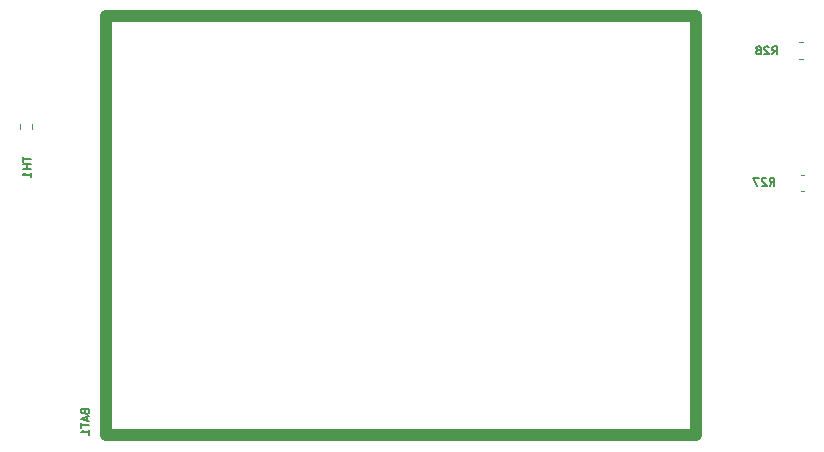
<source format=gbr>
%TF.GenerationSoftware,KiCad,Pcbnew,(5.1.2)-1*%
%TF.CreationDate,2019-05-30T14:12:01+02:00*%
%TF.ProjectId,LEOLED_rev1,4c454f4c-4544-45f7-9265-76312e6b6963,1*%
%TF.SameCoordinates,Original*%
%TF.FileFunction,Legend,Bot*%
%TF.FilePolarity,Positive*%
%FSLAX46Y46*%
G04 Gerber Fmt 4.6, Leading zero omitted, Abs format (unit mm)*
G04 Created by KiCad (PCBNEW (5.1.2)-1) date 2019-05-30 14:12:01*
%MOMM*%
%LPD*%
G04 APERTURE LIST*
%ADD10C,1.000000*%
%ADD11C,0.120000*%
%ADD12C,0.150000*%
%ADD13C,3.000000*%
%ADD14O,1.900000X1.200000*%
%ADD15C,1.450000*%
%ADD16R,1.998980X1.998980*%
%ADD17O,1.998980X1.998980*%
%ADD18C,3.500000*%
%ADD19R,0.970000X1.500000*%
%ADD20O,1.700000X1.700000*%
%ADD21R,1.700000X1.700000*%
%ADD22R,1.000000X0.670000*%
G04 APERTURE END LIST*
D10*
X12030000Y38830000D02*
X12030000Y3330000D01*
X62030000Y38830000D02*
X62030000Y3330000D01*
X12030000Y38830000D02*
X62030000Y38830000D01*
X12030000Y3330000D02*
X62030000Y3330000D01*
D11*
X70850000Y25410000D02*
X71150000Y25410000D01*
X70850000Y23990000D02*
X71150000Y23990000D01*
X70750000Y36610000D02*
X71050000Y36610000D01*
X70750000Y35190000D02*
X71050000Y35190000D01*
X4790000Y29280000D02*
X4790000Y29720000D01*
X5810000Y29280000D02*
X5810000Y29720000D01*
D12*
X10240000Y5340000D02*
X10273333Y5240000D01*
X10306666Y5206667D01*
X10373333Y5173334D01*
X10473333Y5173334D01*
X10540000Y5206667D01*
X10573333Y5240000D01*
X10606666Y5306667D01*
X10606666Y5573334D01*
X9906666Y5573334D01*
X9906666Y5340000D01*
X9940000Y5273334D01*
X9973333Y5240000D01*
X10040000Y5206667D01*
X10106666Y5206667D01*
X10173333Y5240000D01*
X10206666Y5273334D01*
X10240000Y5340000D01*
X10240000Y5573334D01*
X10406666Y4906667D02*
X10406666Y4573334D01*
X10606666Y4973334D02*
X9906666Y4740000D01*
X10606666Y4506667D01*
X9906666Y4373334D02*
X9906666Y3973334D01*
X10606666Y4173334D02*
X9906666Y4173334D01*
X10606666Y3373334D02*
X10606666Y3773334D01*
X10606666Y3573334D02*
X9906666Y3573334D01*
X10006666Y3640000D01*
X10073333Y3706667D01*
X10106666Y3773334D01*
X68230000Y24453334D02*
X68463333Y24786667D01*
X68630000Y24453334D02*
X68630000Y25153334D01*
X68363333Y25153334D01*
X68296666Y25120000D01*
X68263333Y25086667D01*
X68230000Y25020000D01*
X68230000Y24920000D01*
X68263333Y24853334D01*
X68296666Y24820000D01*
X68363333Y24786667D01*
X68630000Y24786667D01*
X67963333Y25086667D02*
X67930000Y25120000D01*
X67863333Y25153334D01*
X67696666Y25153334D01*
X67630000Y25120000D01*
X67596666Y25086667D01*
X67563333Y25020000D01*
X67563333Y24953334D01*
X67596666Y24853334D01*
X67996666Y24453334D01*
X67563333Y24453334D01*
X67330000Y25153334D02*
X66863333Y25153334D01*
X67163333Y24453334D01*
X68430000Y35573334D02*
X68663333Y35906667D01*
X68830000Y35573334D02*
X68830000Y36273334D01*
X68563333Y36273334D01*
X68496666Y36240000D01*
X68463333Y36206667D01*
X68430000Y36140000D01*
X68430000Y36040000D01*
X68463333Y35973334D01*
X68496666Y35940000D01*
X68563333Y35906667D01*
X68830000Y35906667D01*
X68163333Y36206667D02*
X68130000Y36240000D01*
X68063333Y36273334D01*
X67896666Y36273334D01*
X67830000Y36240000D01*
X67796666Y36206667D01*
X67763333Y36140000D01*
X67763333Y36073334D01*
X67796666Y35973334D01*
X68196666Y35573334D01*
X67763333Y35573334D01*
X67363333Y35973334D02*
X67430000Y36006667D01*
X67463333Y36040000D01*
X67496666Y36106667D01*
X67496666Y36140000D01*
X67463333Y36206667D01*
X67430000Y36240000D01*
X67363333Y36273334D01*
X67230000Y36273334D01*
X67163333Y36240000D01*
X67130000Y36206667D01*
X67096666Y36140000D01*
X67096666Y36106667D01*
X67130000Y36040000D01*
X67163333Y36006667D01*
X67230000Y35973334D01*
X67363333Y35973334D01*
X67430000Y35940000D01*
X67463333Y35906667D01*
X67496666Y35840000D01*
X67496666Y35706667D01*
X67463333Y35640000D01*
X67430000Y35606667D01*
X67363333Y35573334D01*
X67230000Y35573334D01*
X67163333Y35606667D01*
X67130000Y35640000D01*
X67096666Y35706667D01*
X67096666Y35840000D01*
X67130000Y35906667D01*
X67163333Y35940000D01*
X67230000Y35973334D01*
X5016666Y26900000D02*
X5016666Y26500000D01*
X5716666Y26700000D02*
X5016666Y26700000D01*
X5716666Y26266667D02*
X5016666Y26266667D01*
X5350000Y26266667D02*
X5350000Y25866667D01*
X5716666Y25866667D02*
X5016666Y25866667D01*
X5716666Y25166667D02*
X5716666Y25566667D01*
X5716666Y25366667D02*
X5016666Y25366667D01*
X5116666Y25433334D01*
X5183333Y25500000D01*
X5216666Y25566667D01*
%LPC*%
D13*
X65000000Y22000000D03*
X8000000Y7000000D03*
X9000000Y37000000D03*
D14*
X1400000Y6800000D03*
X1400000Y13800000D03*
D15*
X4100000Y7800000D03*
X4100000Y12800000D03*
D16*
X79005400Y37771600D03*
D17*
X76465400Y37771600D03*
D16*
X67700000Y28900000D03*
D17*
X67700000Y31440000D03*
D18*
X81291400Y23827000D03*
X66076800Y6809000D03*
X64705200Y36730200D03*
X4240000Y2920000D03*
X81291400Y4396000D03*
D19*
X71955000Y24700000D03*
X70045000Y24700000D03*
X71855000Y35900000D03*
X69945000Y35900000D03*
D17*
X2195800Y23395200D03*
X2195800Y25935200D03*
X2195800Y31015200D03*
X2195800Y33555200D03*
D16*
X2195800Y36095200D03*
D17*
X2195800Y28475200D03*
D20*
X66100000Y10780000D03*
X66100000Y13320000D03*
X66100000Y15860000D03*
D21*
X66100000Y18400000D03*
D22*
X5300000Y30375000D03*
X5300000Y28625000D03*
M02*

</source>
